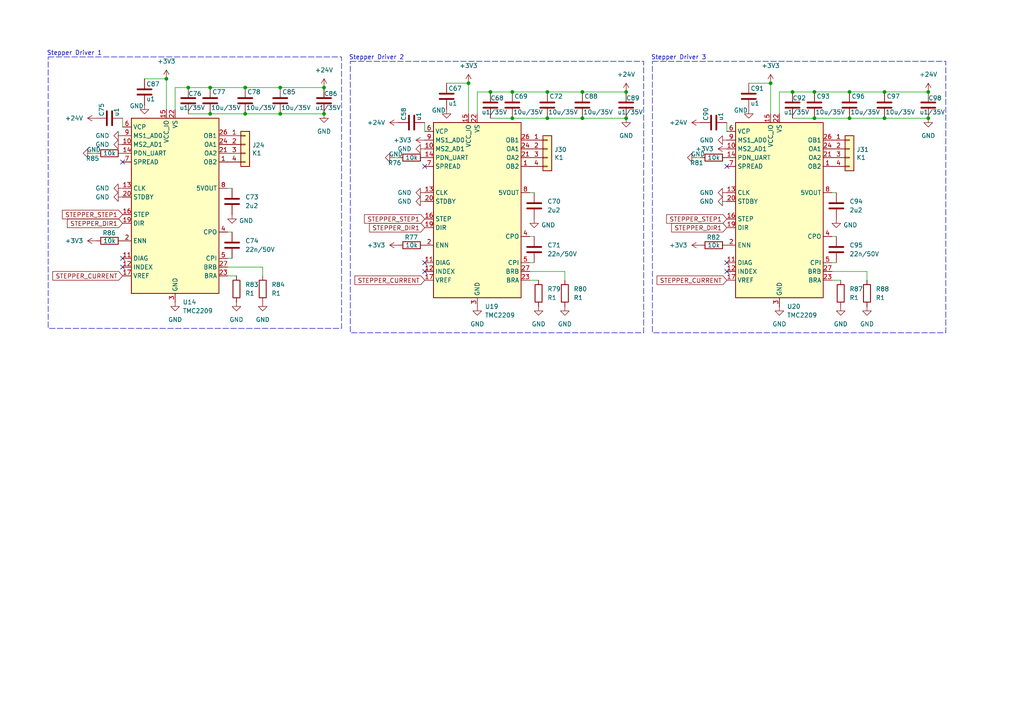
<source format=kicad_sch>
(kicad_sch (version 20231120) (generator "eeschema") (generator_version "8.0")
  (paper "A4")
  (lib_symbols
    (symbol "Connector_Generic:Conn_01x04" (pin_names (offset 1.016) hide)
      (property "Reference" "J" (at 0 5.08 0))
      (property "Value" "Conn_01x04" (at 0 -7.62 0))
      (symbol "Conn_01x04_1_1"
        (rectangle (start -1.27 -4.953) (end 0 -5.207) (stroke (width 0.1524)))
        (rectangle (start -1.27 -2.413) (end 0 -2.667) (stroke (width 0.1524)))
        (rectangle (start -1.27 0.127) (end 0 -0.127) (stroke (width 0.1524)))
        (rectangle (start -1.27 2.667) (end 0 2.413) (stroke (width 0.1524)))
        (rectangle (start -1.27 3.81) (end 1.27 -6.35) (stroke (width 0.254)) (fill (type background)))
        (pin passive line (at -5.08 2.54 0) (length 3.81) (name "Pin_1") (number "1"))
        (pin passive line (at -5.08 0 0) (length 3.81) (name "Pin_2") (number "2"))
        (pin passive line (at -5.08 -2.54 0) (length 3.81) (name "Pin_3") (number "3"))
        (pin passive line (at -5.08 -5.08 0) (length 3.81) (name "Pin_4") (number "4"))
      )
    )
    (symbol "Device:C" (pin_numbers hide) (pin_names (offset 0.254))
      (property "Reference" "C" (at 0.635 2.54 0))
      (property "Value" "C" (at 0.635 -2.54 0))
      (symbol "C_0_1"
        (polyline (pts (xy -2.032 -0.762) (xy 2.032 -0.762)) (stroke (width 0.508)))
        (polyline (pts (xy -2.032 0.762) (xy 2.032 0.762)) (stroke (width 0.508)))
      )
      (symbol "C_1_1"
        (pin passive line (at 0 3.81 270) (length 2.794) (name "~") (number "1"))
        (pin passive line (at 0 -3.81 90) (length 2.794) (name "~") (number "2"))
      )
    )
    (symbol "Device:R" (pin_numbers hide) (pin_names (offset 0))
      (property "Reference" "R" (at 2.032 0 90))
      (property "Value" "R" (at 0 0 90))
      (symbol "R_0_1"
        (rectangle (start -1.016 -2.54) (end 1.016 2.54) (stroke (width 0.254)))
      )
      (symbol "R_1_1"
        (pin passive line (at 0 3.81 270) (length 1.27) (name "~") (number "1"))
        (pin passive line (at 0 -3.81 90) (length 1.27) (name "~") (number "2"))
      )
    )
    (symbol "liebler_SEMICONDUCTORS:TMC2209"
      (property "Reference" "U" (at -12.7 -26.67 0))
      (property "Value" "TMC2209" (at 7.62 -26.67 0))
      (symbol "TMC2209_1_1"
        (rectangle (start -12.7 25.4) (end 12.7 -25.4) (stroke (width 0.254)) (fill (type background)))
        (pin output line (at 15.24 12.7 180) (length 2.54) (name "OB2") (number "1"))
        (pin input line (at -15.24 17.78 0) (length 2.54) (name "MS2_AD1") (number "10"))
        (pin output line (at -15.24 -15.24 0) (length 2.54) (name "DIAG") (number "11"))
        (pin output line (at -15.24 -17.78 0) (length 2.54) (name "INDEX") (number "12"))
        (pin input line (at -15.24 5.08 0) (length 2.54) (name "CLK") (number "13"))
        (pin bidirectional line (at -15.24 15.24 0) (length 2.54) (name "PDN_UART") (number "14"))
        (pin power_in line (at -2.54 27.94 270) (length 2.54) (name "VCC_IO") (number "15"))
        (pin input line (at -15.24 -2.54 0) (length 2.54) (name "STEP") (number "16"))
        (pin input line (at -15.24 -20.32 0) (length 2.54) (name "VREF") (number "17"))
        (pin passive line (at 0 -27.94 90) (length 2.54) hide (name "GND") (number "18"))
        (pin input line (at -15.24 -5.08 0) (length 2.54) (name "DIR") (number "19"))
        (pin input line (at -15.24 -10.16 0) (length 2.54) (name "ENN") (number "2"))
        (pin input line (at -15.24 2.54 0) (length 2.54) (name "STDBY") (number "20"))
        (pin output line (at 15.24 15.24 180) (length 2.54) (name "OA2") (number "21"))
        (pin power_in line (at 0 27.94 270) (length 2.54) (name "VS") (number "22"))
        (pin passive line (at 15.24 -20.32 180) (length 2.54) (name "BRA") (number "23"))
        (pin output line (at 15.24 17.78 180) (length 2.54) (name "OA1") (number "24"))
        (pin no_connect line (at 12.7 0 180) (length 2.54) hide (name "NC") (number "25"))
        (pin output line (at 15.24 20.32 180) (length 2.54) (name "OB1") (number "26"))
        (pin passive line (at 15.24 -17.78 180) (length 2.54) (name "BRB") (number "27"))
        (pin passive line (at 0 27.94 270) (length 2.54) hide (name "VS") (number "28"))
        (pin passive line (at 0 -27.94 90) (length 2.54) hide (name "PAD") (number "29"))
        (pin power_in line (at 0 -27.94 90) (length 2.54) (name "GND") (number "3"))
        (pin passive line (at 15.24 -7.62 180) (length 2.54) (name "CPO") (number "4"))
        (pin passive line (at 15.24 -15.24 180) (length 2.54) (name "CPI") (number "5"))
        (pin passive line (at -15.24 22.86 0) (length 2.54) (name "VCP") (number "6"))
        (pin input line (at -15.24 12.7 0) (length 2.54) (name "SPREAD") (number "7"))
        (pin power_out line (at 15.24 5.08 180) (length 2.54) (name "5VOUT") (number "8"))
        (pin input line (at -15.24 20.32 0) (length 2.54) (name "MS1_AD0") (number "9"))
      )
    )
    (symbol "power:+24V" (power) (pin_numbers hide) (pin_names (offset 0) hide)
      (property "Value" "+24V" (at 0 3.556 0))
      (symbol "+24V_0_1"
        (polyline (pts (xy -0.762 1.27) (xy 0 2.54)))
        (polyline (pts (xy 0 0) (xy 0 2.54)))
        (polyline (pts (xy 0 2.54) (xy 0.762 1.27)))
      )
      (symbol "+24V_1_1"
        (pin power_in line (at 0 0 90) (length 0) (name "~") (number "1"))
      )
    )
    (symbol "power:+3V3" (power) (pin_numbers hide) (pin_names (offset 0) hide)
      (property "Value" "+3V3" (at 0 3.556 0))
      (symbol "+3V3_0_1"
        (polyline (pts (xy -0.762 1.27) (xy 0 2.54)))
        (polyline (pts (xy 0 0) (xy 0 2.54)))
        (polyline (pts (xy 0 2.54) (xy 0.762 1.27)))
      )
      (symbol "+3V3_1_1"
        (pin power_in line (at 0 0 90) (length 0) (name "~") (number "1"))
      )
    )
    (symbol "power:GND" (power) (pin_numbers hide) (pin_names (offset 0) hide)
      (property "Value" "GND" (at 0 -3.81 0))
      (symbol "GND_0_1"
        (polyline (pts (xy 0 0) (xy 0 -1.27) (xy 1.27 -1.27) (xy 0 -2.54) (xy -1.27 -1.27) (xy 0 -1.27)))
      )
      (symbol "GND_1_1"
        (pin power_in line (at 0 0 270) (length 0) (name "~") (number "1"))
      )
    )
  )
  (junction (at 81.28 25.4))
  (junction (at 60.96 25.4))
  (junction (at 148.59 34.29))
  (junction (at 168.91 34.29))
  (junction (at 229.87 26.67))
  (junction (at 236.22 34.29))
  (junction (at 81.28 33.02))
  (junction (at 256.54 34.29))
  (junction (at 181.61 34.29))
  (junction (at 60.96 33.02))
  (junction (at 246.38 34.29))
  (junction (at 269.24 26.67))
  (junction (at 223.52 24.13))
  (junction (at 256.54 26.67))
  (junction (at 48.26 22.86))
  (junction (at 93.98 25.4))
  (junction (at 142.24 26.67))
  (junction (at 71.12 25.4))
  (junction (at 54.61 25.4))
  (junction (at 71.12 33.02))
  (junction (at 269.24 34.29))
  (junction (at 158.75 34.29))
  (junction (at 93.98 33.02))
  (junction (at 181.61 26.67))
  (junction (at 158.75 26.67))
  (junction (at 246.38 26.67))
  (junction (at 236.22 26.67))
  (junction (at 168.91 26.67))
  (junction (at 148.59 26.67))
  (junction (at 135.89 24.13))
  (no_connect (at 35.56 77.47))
  (no_connect (at 35.56 74.93))
  (no_connect (at 123.19 48.26))
  (no_connect (at 210.82 78.74))
  (no_connect (at 123.19 76.2))
  (no_connect (at 210.82 76.2))
  (no_connect (at 210.82 48.26))
  (no_connect (at 123.19 78.74))
  (no_connect (at 35.56 46.99))
  (wire (pts (xy 50.8 25.4) (xy 54.61 25.4)))
  (wire (pts (xy 60.96 33.02) (xy 71.12 33.02)))
  (wire (pts (xy 66.04 74.93) (xy 67.31 74.93)))
  (wire (pts (xy 241.3 68.58) (xy 242.57 68.58)))
  (wire (pts (xy 226.06 33.02) (xy 226.06 26.67)))
  (wire (pts (xy 241.3 78.74) (xy 251.46 78.74)))
  (wire (pts (xy 210.82 35.56) (xy 210.82 38.1)))
  (wire (pts (xy 54.61 25.4) (xy 60.96 25.4)))
  (wire (pts (xy 60.96 25.4) (xy 71.12 25.4)))
  (wire (pts (xy 153.67 68.58) (xy 154.94 68.58)))
  (wire (pts (xy 229.87 26.67) (xy 236.22 26.67)))
  (wire (pts (xy 241.3 81.28) (xy 243.84 81.28)))
  (wire (pts (xy 54.61 33.02) (xy 60.96 33.02)))
  (wire (pts (xy 153.67 81.28) (xy 156.21 81.28)))
  (wire (pts (xy 81.28 25.4) (xy 93.98 25.4)))
  (wire (pts (xy 223.52 24.13) (xy 217.17 24.13)))
  (wire (pts (xy 158.75 26.67) (xy 168.91 26.67)))
  (wire (pts (xy 66.04 54.61) (xy 67.31 54.61)))
  (wire (pts (xy 66.04 67.31) (xy 67.31 67.31)))
  (wire (pts (xy 241.3 55.88) (xy 242.57 55.88)))
  (wire (pts (xy 148.59 34.29) (xy 158.75 34.29)))
  (wire (pts (xy 168.91 34.29) (xy 181.61 34.29)))
  (wire (pts (xy 163.83 78.74) (xy 163.83 81.28)))
  (wire (pts (xy 241.3 76.2) (xy 242.57 76.2)))
  (wire (pts (xy 236.22 26.67) (xy 246.38 26.67)))
  (wire (pts (xy 135.89 33.02) (xy 135.89 24.13)))
  (wire (pts (xy 153.67 55.88) (xy 154.94 55.88)))
  (wire (pts (xy 256.54 34.29) (xy 269.24 34.29)))
  (wire (pts (xy 246.38 34.29) (xy 256.54 34.29)))
  (wire (pts (xy 81.28 33.02) (xy 93.98 33.02)))
  (wire (pts (xy 153.67 78.74) (xy 163.83 78.74)))
  (wire (pts (xy 226.06 26.67) (xy 229.87 26.67)))
  (wire (pts (xy 114.3 45.72) (xy 115.57 45.72)))
  (wire (pts (xy 223.52 33.02) (xy 223.52 24.13)))
  (wire (pts (xy 142.24 26.67) (xy 148.59 26.67)))
  (wire (pts (xy 246.38 26.67) (xy 256.54 26.67)))
  (wire (pts (xy 26.67 44.45) (xy 27.94 44.45)))
  (wire (pts (xy 201.93 45.72) (xy 203.2 45.72)))
  (wire (pts (xy 50.8 31.75) (xy 50.8 25.4)))
  (wire (pts (xy 148.59 26.67) (xy 158.75 26.67)))
  (wire (pts (xy 142.24 34.29) (xy 148.59 34.29)))
  (wire (pts (xy 76.2 77.47) (xy 76.2 80.01)))
  (wire (pts (xy 168.91 26.67) (xy 181.61 26.67)))
  (wire (pts (xy 236.22 34.29) (xy 246.38 34.29)))
  (wire (pts (xy 71.12 33.02) (xy 81.28 33.02)))
  (wire (pts (xy 251.46 78.74) (xy 251.46 81.28)))
  (wire (pts (xy 66.04 77.47) (xy 76.2 77.47)))
  (wire (pts (xy 48.26 31.75) (xy 48.26 22.86)))
  (wire (pts (xy 123.19 35.56) (xy 123.19 38.1)))
  (wire (pts (xy 256.54 26.67) (xy 269.24 26.67)))
  (wire (pts (xy 138.43 33.02) (xy 138.43 26.67)))
  (wire (pts (xy 71.12 25.4) (xy 81.28 25.4)))
  (wire (pts (xy 66.04 80.01) (xy 68.58 80.01)))
  (wire (pts (xy 138.43 26.67) (xy 142.24 26.67)))
  (wire (pts (xy 135.89 24.13) (xy 129.54 24.13)))
  (wire (pts (xy 229.87 34.29) (xy 236.22 34.29)))
  (wire (pts (xy 153.67 76.2) (xy 154.94 76.2)))
  (wire (pts (xy 158.75 34.29) (xy 168.91 34.29)))
  (wire (pts (xy 35.56 34.29) (xy 35.56 36.83)))
  (wire (pts (xy 48.26 22.86) (xy 41.91 22.86)))
  (rectangle (start 189.23 17.78) (end 274.32 96.52) (stroke (width 0) (type dash)))
  (rectangle (start 13.97 16.51) (end 99.06 95.25) (stroke (width 0) (type dash)))
  (rectangle (start 101.6 17.78) (end 186.69 96.52) (stroke (width 0) (type dash)))
  (text "Stepper Driver 3" (at 196.85 16.764 0) (effects (font (size 1.27 1.27))))
  (text "Stepper Driver 1" (at 21.59 15.494 0) (effects (font (size 1.27 1.27))))
  (text "Stepper Driver 2" (at 109.22 16.764 0) (effects (font (size 1.27 1.27))))
  (global_label "STEPPER_DIR1" (shape input) (at 210.82 66.04 180) (property "Intersheetrefs" "${INTERSHEET_REFS}" (effects (hide yes))))
  (global_label "STEPPER_STEP1" (shape input) (at 123.19 63.5 180) (property "Intersheetrefs" "${INTERSHEET_REFS}" (effects (hide yes))))
  (global_label "STEPPER_STEP1" (shape input) (at 35.56 62.23 180) (property "Intersheetrefs" "${INTERSHEET_REFS}" (effects (hide yes))))
  (global_label "STEPPER_CURRENT" (shape input) (at 123.19 81.28 180) (property "Intersheetrefs" "${INTERSHEET_REFS}" (effects (hide yes))))
  (global_label "STEPPER_CURRENT" (shape input) (at 35.56 80.01 180) (property "Intersheetrefs" "${INTERSHEET_REFS}" (effects (hide yes))))
  (global_label "STEPPER_DIR1" (shape input) (at 123.19 66.04 180) (property "Intersheetrefs" "${INTERSHEET_REFS}" (effects (hide yes))))
  (global_label "STEPPER_CURRENT" (shape input) (at 210.82 81.28 180) (property "Intersheetrefs" "${INTERSHEET_REFS}" (effects (hide yes))))
  (global_label "STEPPER_STEP1" (shape input) (at 210.82 63.5 180) (property "Intersheetrefs" "${INTERSHEET_REFS}" (effects (hide yes))))
  (global_label "STEPPER_DIR1" (shape input) (at 35.56 64.77 180) (property "Intersheetrefs" "${INTERSHEET_REFS}" (effects (hide yes))))
  (symbol (lib_id "Device:C") (at 242.57 72.39 0) (unit 1)
    (property "Reference" "C95" (at 246.38 71.1199 0) (effects (justify left)))
    (property "Value" "22n/50V" (at 246.38 73.6599 0) (effects (justify left)))
    (property "Footprint" "Capacitor_SMD:C_0402_1005Metric" (effects (hide yes)))
    (property "Description" "Unpolarized capacitor" (effects (hide yes)))
  )
  (symbol (lib_id "power:GND") (at 269.24 34.29 0) (unit 1)
    (property "Reference" "#PWR0273" (effects (hide yes)))
    (property "Value" "GND" (at 269.24 39.37 0))
    (property "Description" "Power symbol creates a global label with name \"GND\" , ground" (effects (hide yes)))
  )
  (symbol (lib_id "Device:C") (at 31.75 34.29 90) (unit 1)
    (property "Reference" "C75" (at 29.464 33.782 0) (effects (justify left)))
    (property "Value" "u1" (at 33.782 33.782 0) (effects (justify left)))
    (property "Footprint" "Capacitor_SMD:C_0201_0603Metric" (effects (hide yes)))
    (property "Description" "Unpolarized capacitor" (effects (hide yes)))
  )
  (symbol (lib_id "liebler_SEMICONDUCTORS:TMC2209") (at 226.06 60.96 0) (unit 1)
    (property "Reference" "U20" (at 228.2541 88.9 0) (effects (justify left)))
    (property "Value" "TMC2209" (at 228.2541 91.44 0) (effects (justify left)))
    (property "Footprint" "Package_DFN_QFN:QFN-28-1EP_5x5mm_P0.5mm_EP3.75x3.75mm_ThermalVias" (effects (hide yes)))
    (property "Datasheet" "https://www.analog.com/media/en/technical-documentation/data-sheets/TMC2202_TMC2208_TMC2224_datasheet_rev1.13.pdf" (effects (hide yes)))
    (property "Description" "Standalone driver for two-phase bipolar stepper motor, 2A, 4.75… 36V, UART, internal FETs, QFN28" (effects (hide yes)))
  )
  (symbol (lib_id "power:+24V") (at 181.61 26.67 0) (unit 1)
    (property "Reference" "#PWR0257" (effects (hide yes)))
    (property "Value" "+24V" (at 181.61 21.59 0))
    (property "Description" "Power symbol creates a global label with name \"+24V\"" (effects (hide yes)))
  )
  (symbol (lib_id "power:+3V3") (at 27.94 69.85 90) (unit 1)
    (property "Reference" "#PWR0239" (effects (hide yes)))
    (property "Value" "+3V3" (at 24.13 69.8499 90) (effects (justify left)))
    (property "Description" "Power symbol creates a global label with name \"+3V3\"" (effects (hide yes)))
  )
  (symbol (lib_id "power:GND") (at 41.91 30.48 0) (unit 1)
    (property "Reference" "#PWR0237" (effects (hide yes)))
    (property "Value" "GND" (at 39.624 30.734 0))
    (property "Description" "Power symbol creates a global label with name \"GND\" , ground" (effects (hide yes)))
  )
  (symbol (lib_id "liebler_SEMICONDUCTORS:TMC2209") (at 50.8 59.69 0) (unit 1)
    (property "Reference" "U14" (at 52.9941 87.63 0) (effects (justify left)))
    (property "Value" "TMC2209" (at 52.9941 90.17 0) (effects (justify left)))
    (property "Footprint" "Package_DFN_QFN:QFN-28-1EP_5x5mm_P0.5mm_EP3.75x3.75mm_ThermalVias" (effects (hide yes)))
    (property "Datasheet" "https://www.analog.com/media/en/technical-documentation/data-sheets/TMC2202_TMC2208_TMC2224_datasheet_rev1.13.pdf" (effects (hide yes)))
    (property "Description" "Standalone driver for two-phase bipolar stepper motor, 2A, 4.75… 36V, UART, internal FETs, QFN28" (effects (hide yes)))
  )
  (symbol (lib_id "power:+24V") (at 27.94 34.29 90) (unit 1)
    (property "Reference" "#PWR0236" (effects (hide yes)))
    (property "Value" "+24V" (at 24.13 34.2899 90) (effects (justify left)))
    (property "Description" "Power symbol creates a global label with name \"+24V\"" (effects (hide yes)))
  )
  (symbol (lib_id "power:GND") (at 67.31 62.23 0) (unit 1)
    (property "Reference" "#PWR0174" (effects (hide yes)))
    (property "Value" "GND" (at 71.374 64.008 0))
    (property "Description" "Power symbol creates a global label with name \"GND\" , ground" (effects (hide yes)))
  )
  (symbol (lib_id "Device:C") (at 256.54 30.48 180) (unit 1)
    (property "Reference" "C97" (at 259.08 27.94 0))
    (property "Value" "10u/35V" (at 261.112 32.512 0))
    (property "Footprint" "Capacitor_SMD:C_0805_2012Metric" (effects (hide yes)))
  )
  (symbol (lib_id "Device:R") (at 31.75 69.85 270) (unit 1)
    (property "Reference" "R86" (at 29.718 67.564 90) (effects (justify left)))
    (property "Value" "10k" (at 31.75 69.85 90))
    (property "Footprint" "Resistor_SMD:R_0201_0603Metric" (effects (hide yes)))
  )
  (symbol (lib_id "power:GND") (at 76.2 87.63 0) (unit 1)
    (property "Reference" "#PWR0173" (effects (hide yes)))
    (property "Value" "GND" (at 76.2 92.71 0))
    (property "Description" "Power symbol creates a global label with name \"GND\" , ground" (effects (hide yes)))
  )
  (symbol (lib_id "Connector_Generic:Conn_01x04") (at 246.38 43.18 0) (unit 1)
    (property "Reference" "J31" (at 248.412 43.3832 0) (effects (justify left)))
    (property "Value" "K1" (at 248.412 45.6946 0) (effects (justify left)))
    (property "Footprint" "liebler_CONN:JST_XH_S4B-XH-A-1_1x04_P2.50mm_Horizontal_SmallerCourtyard" (effects (hide yes)))
  )
  (symbol (lib_id "Device:C") (at 154.94 59.69 0) (unit 1)
    (property "Reference" "C70" (at 158.75 58.4199 0) (effects (justify left)))
    (property "Value" "2u2" (at 158.75 60.9599 0) (effects (justify left)))
    (property "Footprint" "Capacitor_SMD:C_0402_1005Metric" (effects (hide yes)))
    (property "Description" "Unpolarized capacitor" (effects (hide yes)))
  )
  (symbol (lib_id "power:+3V3") (at 223.52 24.13 0) (unit 1)
    (property "Reference" "#PWR0267" (effects (hide yes)))
    (property "Value" "+3V3" (at 223.52 19.05 0))
    (property "Description" "Power symbol creates a global label with name \"+3V3\"" (effects (hide yes)))
  )
  (symbol (lib_id "power:GND") (at 35.56 39.37 270) (unit 1)
    (property "Reference" "#PWR0242" (effects (hide yes)))
    (property "Value" "GND" (at 31.75 39.3699 90) (effects (justify right)))
    (property "Description" "Power symbol creates a global label with name \"GND\" , ground" (effects (hide yes)))
  )
  (symbol (lib_id "power:+24V") (at 115.57 35.56 90) (unit 1)
    (property "Reference" "#PWR0245" (effects (hide yes)))
    (property "Value" "+24V" (at 111.76 35.5599 90) (effects (justify left)))
    (property "Description" "Power symbol creates a global label with name \"+24V\"" (effects (hide yes)))
  )
  (symbol (lib_id "power:+24V") (at 269.24 26.67 0) (unit 1)
    (property "Reference" "#PWR0272" (effects (hide yes)))
    (property "Value" "+24V" (at 269.24 21.59 0))
    (property "Description" "Power symbol creates a global label with name \"+24V\"" (effects (hide yes)))
  )
  (symbol (lib_id "Device:C") (at 217.17 27.94 0) (unit 1)
    (property "Reference" "C91" (at 217.678 25.654 0) (effects (justify left)))
    (property "Value" "u1" (at 217.678 29.972 0) (effects (justify left)))
    (property "Footprint" "Capacitor_SMD:C_0201_0603Metric" (effects (hide yes)))
    (property "Description" "Unpolarized capacitor" (effects (hide yes)))
  )
  (symbol (lib_id "power:GND") (at 226.06 88.9 0) (unit 1)
    (property "Reference" "#PWR0268" (effects (hide yes)))
    (property "Value" "GND" (at 226.06 93.98 0))
    (property "Description" "Power symbol creates a global label with name \"GND\" , ground" (effects (hide yes)))
  )
  (symbol (lib_id "power:+3V3") (at 210.82 43.18 90) (unit 1)
    (property "Reference" "#PWR0248" (effects (hide yes)))
    (property "Value" "+3V3" (at 207.01 43.1799 90) (effects (justify left)))
    (property "Description" "Power symbol creates a global label with name \"+3V3\"" (effects (hide yes)))
  )
  (symbol (lib_id "Device:R") (at 119.38 71.12 270) (unit 1)
    (property "Reference" "R77" (at 117.348 68.834 90) (effects (justify left)))
    (property "Value" "10k" (at 119.38 71.12 90))
    (property "Footprint" "Resistor_SMD:R_0201_0603Metric" (effects (hide yes)))
  )
  (symbol (lib_id "Device:C") (at 81.28 29.21 180) (unit 1)
    (property "Reference" "C85" (at 83.82 26.67 0))
    (property "Value" "10u/35V" (at 85.852 31.242 0))
    (property "Footprint" "Capacitor_SMD:C_0805_2012Metric" (effects (hide yes)))
  )
  (symbol (lib_id "Connector_Generic:Conn_01x04") (at 71.12 41.91 0) (unit 1)
    (property "Reference" "J24" (at 73.152 42.1132 0) (effects (justify left)))
    (property "Value" "K1" (at 73.152 44.4246 0) (effects (justify left)))
    (property "Footprint" "liebler_CONN:JST_XH_S4B-XH-A-1_1x04_P2.50mm_Horizontal_SmallerCourtyard" (effects (hide yes)))
  )
  (symbol (lib_id "power:GND") (at 68.58 87.63 0) (unit 1)
    (property "Reference" "#PWR0169" (effects (hide yes)))
    (property "Value" "GND" (at 68.58 92.71 0))
    (property "Description" "Power symbol creates a global label with name \"GND\" , ground" (effects (hide yes)))
  )
  (symbol (lib_id "Device:R") (at 207.01 45.72 270) (unit 1)
    (property "Reference" "R81" (at 200.152 47.244 90) (effects (justify left)))
    (property "Value" "10k" (at 207.01 45.72 90))
    (property "Footprint" "Resistor_SMD:R_0201_0603Metric" (effects (hide yes)))
  )
  (symbol (lib_id "Device:C") (at 236.22 30.48 180) (unit 1)
    (property "Reference" "C93" (at 238.76 27.94 0))
    (property "Value" "10u/35V" (at 240.792 32.512 0))
    (property "Footprint" "Capacitor_SMD:C_0805_2012Metric" (effects (hide yes)))
  )
  (symbol (lib_id "Device:C") (at 246.38 30.48 180) (unit 1)
    (property "Reference" "C96" (at 248.92 27.94 0))
    (property "Value" "10u/35V" (at 250.952 32.512 0))
    (property "Footprint" "Capacitor_SMD:C_0805_2012Metric" (effects (hide yes)))
  )
  (symbol (lib_id "power:GND") (at 210.82 58.42 270) (unit 1)
    (property "Reference" "#PWR0265" (effects (hide yes)))
    (property "Value" "GND" (at 207.01 58.4199 90) (effects (justify right)))
    (property "Description" "Power symbol creates a global label with name \"GND\" , ground" (effects (hide yes)))
  )
  (symbol (lib_id "Device:R") (at 156.21 85.09 0) (unit 1)
    (property "Reference" "R79" (at 158.75 83.8199 0) (effects (justify left)))
    (property "Value" "R1" (at 158.75 86.3599 0) (effects (justify left)))
    (property "Footprint" "Resistor_SMD:R_1206_3216Metric" (effects (hide yes)))
    (property "Description" "Resistor" (effects (hide yes)))
  )
  (symbol (lib_id "Device:C") (at 158.75 30.48 180) (unit 1)
    (property "Reference" "C72" (at 161.29 27.94 0))
    (property "Value" "10u/35V" (at 163.322 32.512 0))
    (property "Footprint" "Capacitor_SMD:C_0805_2012Metric" (effects (hide yes)))
  )
  (symbol (lib_id "Device:C") (at 181.61 30.48 0) (unit 1)
    (property "Reference" "C89" (at 181.61 28.448 0) (effects (justify left)))
    (property "Value" "u1/35V" (at 179.07 32.512 0) (effects (justify left)))
    (property "Footprint" "Capacitor_SMD:C_0603_1608Metric" (effects (hide yes)))
    (property "Description" "Unpolarized capacitor" (effects (hide yes)))
  )
  (symbol (lib_id "power:GND") (at 123.19 55.88 270) (unit 1)
    (property "Reference" "#PWR0249" (effects (hide yes)))
    (property "Value" "GND" (at 119.38 55.8799 90) (effects (justify right)))
    (property "Description" "Power symbol creates a global label with name \"GND\" , ground" (effects (hide yes)))
  )
  (symbol (lib_id "power:GND") (at 114.3 45.72 270) (unit 1)
    (property "Reference" "#PWR0244" (effects (hide yes)))
    (property "Value" "GND" (at 114.808 44.704 90))
    (property "Description" "Power symbol creates a global label with name \"GND\" , ground" (effects (hide yes)))
  )
  (symbol (lib_id "Connector_Generic:Conn_01x04") (at 158.75 43.18 0) (unit 1)
    (property "Reference" "J30" (at 160.782 43.3832 0) (effects (justify left)))
    (property "Value" "K1" (at 160.782 45.6946 0) (effects (justify left)))
    (property "Footprint" "liebler_CONN:JST_XH_S4B-XH-A-1_1x04_P2.50mm_Horizontal_SmallerCourtyard" (effects (hide yes)))
  )
  (symbol (lib_id "Device:C") (at 142.24 30.48 0) (unit 1)
    (property "Reference" "C68" (at 142.24 28.448 0) (effects (justify left)))
    (property "Value" "u1/35V" (at 139.7 32.512 0) (effects (justify left)))
    (property "Footprint" "Capacitor_SMD:C_0603_1608Metric" (effects (hide yes)))
    (property "Description" "Unpolarized capacitor" (effects (hide yes)))
  )
  (symbol (lib_id "power:GND") (at 243.84 88.9 0) (unit 1)
    (property "Reference" "#PWR0270" (effects (hide yes)))
    (property "Value" "GND" (at 243.84 93.98 0))
    (property "Description" "Power symbol creates a global label with name \"GND\" , ground" (effects (hide yes)))
  )
  (symbol (lib_id "power:GND") (at 217.17 31.75 0) (unit 1)
    (property "Reference" "#PWR0266" (effects (hide yes)))
    (property "Value" "GND" (at 214.884 32.004 0))
    (property "Description" "Power symbol creates a global label with name \"GND\" , ground" (effects (hide yes)))
  )
  (symbol (lib_id "Device:R") (at 251.46 85.09 0) (unit 1)
    (property "Reference" "R88" (at 254 83.8199 0) (effects (justify left)))
    (property "Value" "R1" (at 254 86.3599 0) (effects (justify left)))
    (property "Footprint" "Resistor_SMD:R_1206_3216Metric" (effects (hide yes)))
    (property "Description" "Resistor" (effects (hide yes)))
  )
  (symbol (lib_id "Device:C") (at 129.54 27.94 0) (unit 1)
    (property "Reference" "C67" (at 130.048 25.654 0) (effects (justify left)))
    (property "Value" "u1" (at 130.048 29.972 0) (effects (justify left)))
    (property "Footprint" "Capacitor_SMD:C_0201_0603Metric" (effects (hide yes)))
    (property "Description" "Unpolarized capacitor" (effects (hide yes)))
  )
  (symbol (lib_id "Device:C") (at 54.61 29.21 0) (unit 1)
    (property "Reference" "C76" (at 54.61 27.178 0) (effects (justify left)))
    (property "Value" "u1/35V" (at 52.07 31.242 0) (effects (justify left)))
    (property "Footprint" "Capacitor_SMD:C_0603_1608Metric" (effects (hide yes)))
    (property "Description" "Unpolarized capacitor" (effects (hide yes)))
  )
  (symbol (lib_id "power:+3V3") (at 135.89 24.13 0) (unit 1)
    (property "Reference" "#PWR0252" (effects (hide yes)))
    (property "Value" "+3V3" (at 135.89 19.05 0))
    (property "Description" "Power symbol creates a global label with name \"+3V3\"" (effects (hide yes)))
  )
  (symbol (lib_id "Device:R") (at 207.01 71.12 270) (unit 1)
    (property "Reference" "R82" (at 204.978 68.834 90) (effects (justify left)))
    (property "Value" "10k" (at 207.01 71.12 90))
    (property "Footprint" "Resistor_SMD:R_0201_0603Metric" (effects (hide yes)))
  )
  (symbol (lib_id "power:GND") (at 35.56 57.15 270) (unit 1)
    (property "Reference" "#PWR0241" (effects (hide yes)))
    (property "Value" "GND" (at 31.75 57.1499 90) (effects (justify right)))
    (property "Description" "Power symbol creates a global label with name \"GND\" , ground" (effects (hide yes)))
  )
  (symbol (lib_id "power:GND") (at 93.98 33.02 0) (unit 1)
    (property "Reference" "#PWR0208" (effects (hide yes)))
    (property "Value" "GND" (at 93.98 38.1 0))
    (property "Description" "Power symbol creates a global label with name \"GND\" , ground" (effects (hide yes)))
  )
  (symbol (lib_id "power:GND") (at 210.82 40.64 270) (unit 1)
    (property "Reference" "#PWR0263" (effects (hide yes)))
    (property "Value" "GND" (at 207.01 40.6399 90) (effects (justify right)))
    (property "Description" "Power symbol creates a global label with name \"GND\" , ground" (effects (hide yes)))
  )
  (symbol (lib_id "power:GND") (at 242.57 63.5 0) (unit 1)
    (property "Reference" "#PWR0269" (effects (hide yes)))
    (property "Value" "GND" (at 246.634 65.278 0))
    (property "Description" "Power symbol creates a global label with name \"GND\" , ground" (effects (hide yes)))
  )
  (symbol (lib_id "power:GND") (at 181.61 34.29 0) (unit 1)
    (property "Reference" "#PWR0258" (effects (hide yes)))
    (property "Value" "GND" (at 181.61 39.37 0))
    (property "Description" "Power symbol creates a global label with name \"GND\" , ground" (effects (hide yes)))
  )
  (symbol (lib_id "Device:C") (at 154.94 72.39 0) (unit 1)
    (property "Reference" "C71" (at 158.75 71.1199 0) (effects (justify left)))
    (property "Value" "22n/50V" (at 158.75 73.6599 0) (effects (justify left)))
    (property "Footprint" "Capacitor_SMD:C_0402_1005Metric" (effects (hide yes)))
    (property "Description" "Unpolarized capacitor" (effects (hide yes)))
  )
  (symbol (lib_id "Device:R") (at 68.58 83.82 0) (unit 1)
    (property "Reference" "R83" (at 71.12 82.5499 0) (effects (justify left)))
    (property "Value" "R1" (at 71.12 85.0899 0) (effects (justify left)))
    (property "Footprint" "Resistor_SMD:R_1206_3216Metric" (effects (hide yes)))
    (property "Description" "Resistor" (effects (hide yes)))
  )
  (symbol (lib_id "liebler_SEMICONDUCTORS:TMC2209") (at 138.43 60.96 0) (unit 1)
    (property "Reference" "U19" (at 140.6241 88.9 0) (effects (justify left)))
    (property "Value" "TMC2209" (at 140.6241 91.44 0) (effects (justify left)))
    (property "Footprint" "Package_DFN_QFN:QFN-28-1EP_5x5mm_P0.5mm_EP3.75x3.75mm_ThermalVias" (effects (hide yes)))
    (property "Datasheet" "https://www.analog.com/media/en/technical-documentation/data-sheets/TMC2202_TMC2208_TMC2224_datasheet_rev1.13.pdf" (effects (hide yes)))
    (property "Description" "Standalone driver for two-phase bipolar stepper motor, 2A, 4.75… 36V, UART, internal FETs, QFN28" (effects (hide yes)))
  )
  (symbol (lib_id "power:+3V3") (at 115.57 71.12 90) (unit 1)
    (property "Reference" "#PWR0246" (effects (hide yes)))
    (property "Value" "+3V3" (at 111.76 71.1199 90) (effects (justify left)))
    (property "Description" "Power symbol creates a global label with name \"+3V3\"" (effects (hide yes)))
  )
  (symbol (lib_id "Device:C") (at 168.91 30.48 180) (unit 1)
    (property "Reference" "C88" (at 171.45 27.94 0))
    (property "Value" "10u/35V" (at 173.482 32.512 0))
    (property "Footprint" "Capacitor_SMD:C_0805_2012Metric" (effects (hide yes)))
  )
  (symbol (lib_id "Device:C") (at 41.91 26.67 0) (unit 1)
    (property "Reference" "C87" (at 42.418 24.384 0) (effects (justify left)))
    (property "Value" "u1" (at 42.418 28.702 0) (effects (justify left)))
    (property "Footprint" "Capacitor_SMD:C_0201_0603Metric" (effects (hide yes)))
    (property "Description" "Unpolarized capacitor" (effects (hide yes)))
  )
  (symbol (lib_id "Device:C") (at 71.12 29.21 180) (unit 1)
    (property "Reference" "C78" (at 73.66 26.67 0))
    (property "Value" "10u/35V" (at 75.692 31.242 0))
    (property "Footprint" "Capacitor_SMD:C_0805_2012Metric" (effects (hide yes)))
  )
  (symbol (lib_id "power:GND") (at 123.19 58.42 270) (unit 1)
    (property "Reference" "#PWR0250" (effects (hide yes)))
    (property "Value" "GND" (at 119.38 58.4199 90) (effects (justify right)))
    (property "Description" "Power symbol creates a global label with name \"GND\" , ground" (effects (hide yes)))
  )
  (symbol (lib_id "power:GND") (at 210.82 55.88 270) (unit 1)
    (property "Reference" "#PWR0264" (effects (hide yes)))
    (property "Value" "GND" (at 207.01 55.8799 90) (effects (justify right)))
    (property "Description" "Power symbol creates a global label with name \"GND\" , ground" (effects (hide yes)))
  )
  (symbol (lib_id "Device:C") (at 67.31 71.12 0) (unit 1)
    (property "Reference" "C74" (at 71.12 69.8499 0) (effects (justify left)))
    (property "Value" "22n/50V" (at 71.12 72.3899 0) (effects (justify left)))
    (property "Footprint" "Capacitor_SMD:C_0402_1005Metric" (effects (hide yes)))
    (property "Description" "Unpolarized capacitor" (effects (hide yes)))
  )
  (symbol (lib_id "Device:C") (at 67.31 58.42 0) (unit 1)
    (property "Reference" "C73" (at 71.12 57.1499 0) (effects (justify left)))
    (property "Value" "2u2" (at 71.12 59.6899 0) (effects (justify left)))
    (property "Footprint" "Capacitor_SMD:C_0402_1005Metric" (effects (hide yes)))
    (property "Description" "Unpolarized capacitor" (effects (hide yes)))
  )
  (symbol (lib_id "Device:C") (at 229.87 30.48 0) (unit 1)
    (property "Reference" "C92" (at 229.87 28.448 0) (effects (justify left)))
    (property "Value" "u1/35V" (at 227.33 32.512 0) (effects (justify left)))
    (property "Footprint" "Capacitor_SMD:C_0603_1608Metric" (effects (hide yes)))
    (property "Description" "Unpolarized capacitor" (effects (hide yes)))
  )
  (symbol (lib_id "power:GND") (at 138.43 88.9 0) (unit 1)
    (property "Reference" "#PWR0253" (effects (hide yes)))
    (property "Value" "GND" (at 138.43 93.98 0))
    (property "Description" "Power symbol creates a global label with name \"GND\" , ground" (effects (hide yes)))
  )
  (symbol (lib_id "Device:R") (at 243.84 85.09 0) (unit 1)
    (property "Reference" "R87" (at 246.38 83.8199 0) (effects (justify left)))
    (property "Value" "R1" (at 246.38 86.3599 0) (effects (justify left)))
    (property "Footprint" "Resistor_SMD:R_1206_3216Metric" (effects (hide yes)))
    (property "Description" "Resistor" (effects (hide yes)))
  )
  (symbol (lib_id "Device:R") (at 76.2 83.82 0) (unit 1)
    (property "Reference" "R84" (at 78.74 82.5499 0) (effects (justify left)))
    (property "Value" "R1" (at 78.74 85.0899 0) (effects (justify left)))
    (property "Footprint" "Resistor_SMD:R_1206_3216Metric" (effects (hide yes)))
    (property "Description" "Resistor" (effects (hide yes)))
  )
  (symbol (lib_id "power:+24V") (at 93.98 25.4 0) (unit 1)
    (property "Reference" "#PWR0209" (effects (hide yes)))
    (property "Value" "+24V" (at 93.98 20.32 0))
    (property "Description" "Power symbol creates a global label with name \"+24V\"" (effects (hide yes)))
  )
  (symbol (lib_id "power:GND") (at 163.83 88.9 0) (unit 1)
    (property "Reference" "#PWR0256" (effects (hide yes)))
    (property "Value" "GND" (at 163.83 93.98 0))
    (property "Description" "Power symbol creates a global label with name \"GND\" , ground" (effects (hide yes)))
  )
  (symbol (lib_id "Device:R") (at 163.83 85.09 0) (unit 1)
    (property "Reference" "R80" (at 166.37 83.8199 0) (effects (justify left)))
    (property "Value" "R1" (at 166.37 86.3599 0) (effects (justify left)))
    (property "Footprint" "Resistor_SMD:R_1206_3216Metric" (effects (hide yes)))
    (property "Description" "Resistor" (effects (hide yes)))
  )
  (symbol (lib_id "Device:C") (at 93.98 29.21 0) (unit 1)
    (property "Reference" "C86" (at 93.98 27.178 0) (effects (justify left)))
    (property "Value" "u1/35V" (at 91.44 31.242 0) (effects (justify left)))
    (property "Footprint" "Capacitor_SMD:C_0603_1608Metric" (effects (hide yes)))
    (property "Description" "Unpolarized capacitor" (effects (hide yes)))
  )
  (symbol (lib_id "Device:R") (at 119.38 45.72 270) (unit 1)
    (property "Reference" "R76" (at 112.522 47.244 90) (effects (justify left)))
    (property "Value" "10k" (at 119.38 45.72 90))
    (property "Footprint" "Resistor_SMD:R_0201_0603Metric" (effects (hide yes)))
  )
  (symbol (lib_id "Device:C") (at 119.38 35.56 90) (unit 1)
    (property "Reference" "C58" (at 117.094 35.052 0) (effects (justify left)))
    (property "Value" "u1" (at 121.412 35.052 0) (effects (justify left)))
    (property "Footprint" "Capacitor_SMD:C_0201_0603Metric" (effects (hide yes)))
    (property "Description" "Unpolarized capacitor" (effects (hide yes)))
  )
  (symbol (lib_id "power:GND") (at 251.46 88.9 0) (unit 1)
    (property "Reference" "#PWR0271" (effects (hide yes)))
    (property "Value" "GND" (at 251.46 93.98 0))
    (property "Description" "Power symbol creates a global label with name \"GND\" , ground" (effects (hide yes)))
  )
  (symbol (lib_id "power:GND") (at 201.93 45.72 270) (unit 1)
    (property "Reference" "#PWR0259" (effects (hide yes)))
    (property "Value" "GND" (at 202.438 44.704 90))
    (property "Description" "Power symbol creates a global label with name \"GND\" , ground" (effects (hide yes)))
  )
  (symbol (lib_id "Device:C") (at 148.59 30.48 180) (unit 1)
    (property "Reference" "C69" (at 151.13 27.94 0))
    (property "Value" "10u/35V" (at 153.162 32.512 0))
    (property "Footprint" "Capacitor_SMD:C_0805_2012Metric" (effects (hide yes)))
  )
  (symbol (lib_id "power:+3V3") (at 123.19 40.64 90) (unit 1)
    (property "Reference" "#PWR0262" (effects (hide yes)))
    (property "Value" "+3V3" (at 119.38 40.6399 90) (effects (justify left)))
    (property "Description" "Power symbol creates a global label with name \"+3V3\"" (effects (hide yes)))
  )
  (symbol (lib_id "power:GND") (at 129.54 31.75 0) (unit 1)
    (property "Reference" "#PWR0251" (effects (hide yes)))
    (property "Value" "GND" (at 127.254 32.004 0))
    (property "Description" "Power symbol creates a global label with name \"GND\" , ground" (effects (hide yes)))
  )
  (symbol (lib_id "Device:C") (at 242.57 59.69 0) (unit 1)
    (property "Reference" "C94" (at 246.38 58.4199 0) (effects (justify left)))
    (property "Value" "2u2" (at 246.38 60.9599 0) (effects (justify left)))
    (property "Footprint" "Capacitor_SMD:C_0402_1005Metric" (effects (hide yes)))
    (property "Description" "Unpolarized capacitor" (effects (hide yes)))
  )
  (symbol (lib_id "Device:C") (at 269.24 30.48 0) (unit 1)
    (property "Reference" "C98" (at 269.24 28.448 0) (effects (justify left)))
    (property "Value" "u1/35V" (at 266.7 32.512 0) (effects (justify left)))
    (property "Footprint" "Capacitor_SMD:C_0603_1608Metric" (effects (hide yes)))
    (property "Description" "Unpolarized capacitor" (effects (hide yes)))
  )
  (symbol (lib_id "Device:R") (at 31.75 44.45 270) (unit 1)
    (property "Reference" "R85" (at 24.892 45.974 90) (effects (justify left)))
    (property "Value" "10k" (at 31.75 44.45 90))
    (property "Footprint" "Resistor_SMD:R_0201_0603Metric" (effects (hide yes)))
  )
  (symbol (lib_id "power:GND") (at 154.94 63.5 0) (unit 1)
    (property "Reference" "#PWR0254" (effects (hide yes)))
    (property "Value" "GND" (at 159.004 65.278 0))
    (property "Description" "Power symbol creates a global label with name \"GND\" , ground" (effects (hide yes)))
  )
  (symbol (lib_id "power:+24V") (at 203.2 35.56 90) (unit 1)
    (property "Reference" "#PWR0260" (effects (hide yes)))
    (property "Value" "+24V" (at 199.39 35.5599 90) (effects (justify left)))
    (property "Description" "Power symbol creates a global label with name \"+24V\"" (effects (hide yes)))
  )
  (symbol (lib_id "Device:C") (at 60.96 29.21 180) (unit 1)
    (property "Reference" "C77" (at 63.5 26.67 0))
    (property "Value" "10u/35V" (at 65.532 31.242 0))
    (property "Footprint" "Capacitor_SMD:C_0805_2012Metric" (effects (hide yes)))
  )
  (symbol (lib_id "power:GND") (at 156.21 88.9 0) (unit 1)
    (property "Reference" "#PWR0255" (effects (hide yes)))
    (property "Value" "GND" (at 156.21 93.98 0))
    (property "Description" "Power symbol creates a global label with name \"GND\" , ground" (effects (hide yes)))
  )
  (symbol (lib_id "power:GND") (at 123.19 43.18 270) (unit 1)
    (property "Reference" "#PWR0247" (effects (hide yes)))
    (property "Value" "GND" (at 119.38 43.1799 90) (effects (justify right)))
    (property "Description" "Power symbol creates a global label with name \"GND\" , ground" (effects (hide yes)))
  )
  (symbol (lib_id "power:+3V3") (at 48.26 22.86 0) (unit 1)
    (property "Reference" "#PWR0221" (effects (hide yes)))
    (property "Value" "+3V3" (at 48.26 17.78 0))
    (property "Description" "Power symbol creates a global label with name \"+3V3\"" (effects (hide yes)))
  )
  (symbol (lib_id "Device:C") (at 207.01 35.56 90) (unit 1)
    (property "Reference" "C90" (at 204.724 35.052 0) (effects (justify left)))
    (property "Value" "u1" (at 209.042 35.052 0) (effects (justify left)))
    (property "Footprint" "Capacitor_SMD:C_0201_0603Metric" (effects (hide yes)))
    (property "Description" "Unpolarized capacitor" (effects (hide yes)))
  )
  (symbol (lib_id "power:+3V3") (at 203.2 71.12 90) (unit 1)
    (property "Reference" "#PWR0261" (effects (hide yes)))
    (property "Value" "+3V3" (at 199.39 71.1199 90) (effects (justify left)))
    (property "Description" "Power symbol creates a global label with name \"+3V3\"" (effects (hide yes)))
  )
  (symbol (lib_id "power:GND") (at 35.56 41.91 270) (unit 1)
    (property "Reference" "#PWR0243" (effects (hide yes)))
    (property "Value" "GND" (at 31.75 41.9099 90) (effects (justify right)))
    (property "Description" "Power symbol creates a global label with name \"GND\" , ground" (effects (hide yes)))
  )
  (symbol (lib_id "power:GND") (at 35.56 54.61 270) (unit 1)
    (property "Reference" "#PWR0240" (effects (hide yes)))
    (property "Value" "GND" (at 31.75 54.6099 90) (effects (justify right)))
    (property "Description" "Power symbol creates a global label with name \"GND\" , ground" (effects (hide yes)))
  )
  (symbol (lib_id "power:GND") (at 50.8 87.63 0) (unit 1)
    (property "Reference" "#PWR0139" (effects (hide yes)))
    (property "Value" "GND" (at 50.8 92.71 0))
    (property "Description" "Power symbol creates a global label with name \"GND\" , ground" (effects (hide yes)))
  )
  (symbol (lib_id "power:GND") (at 26.67 44.45 270) (unit 1)
    (property "Reference" "#PWR0238" (effects (hide yes)))
    (property "Value" "GND" (at 27.178 43.434 90))
    (property "Description" "Power symbol creates a global label with name \"GND\" , ground" (effects (hide yes)))
  )
)
</source>
